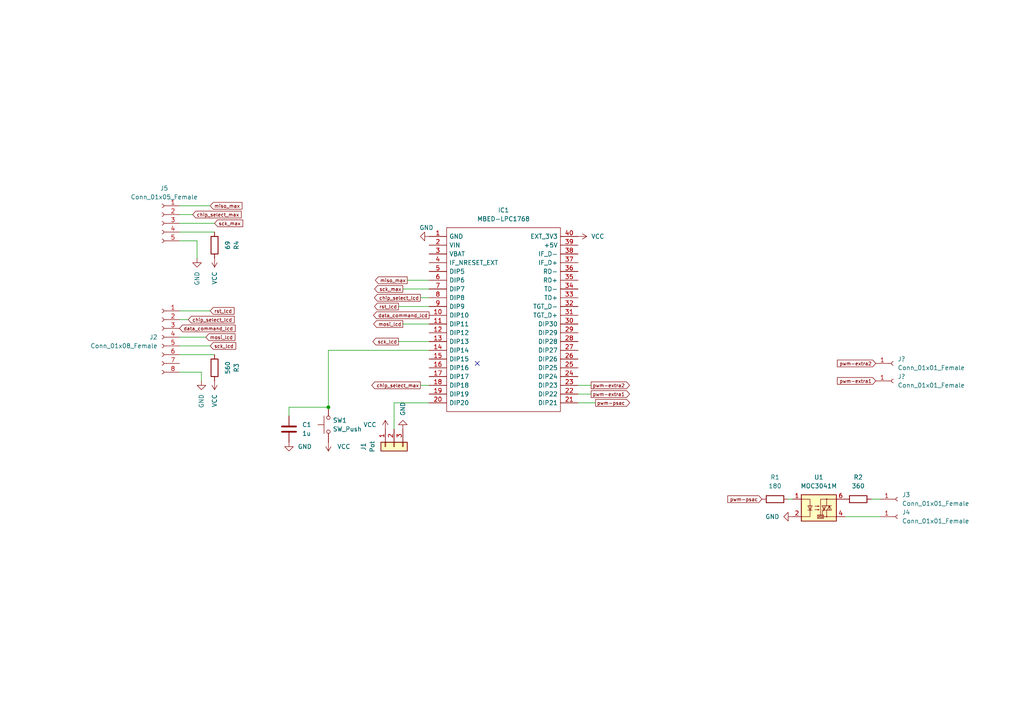
<source format=kicad_sch>
(kicad_sch (version 20211123) (generator eeschema)
  (paper "A4")
  (lib_symbols
    (symbol "Connector:Conn_01x01_Female" (pin_names (offset 1.016) hide)
      (property "Reference" "J" (at 0 2.54 0))
      (property "Value" "Conn_01x01_Female" (at 0 -2.54 0))
      (symbol "Conn_01x01_Female_1_1"
        (polyline (pts (xy -1.27 0) (xy -0.508 0)) (stroke (width 0.1524)))
        (arc (start 0 0.508) (mid -0.508 0) (end 0 -0.508) (stroke (width 0.1524)))
        (pin passive line (at -5.08 0 0) (length 3.81) (name "Pin_1") (number "1"))
      )
    )
    (symbol "Connector:Conn_01x05_Female" (pin_names (offset 1.016) hide)
      (property "Reference" "J" (at 0 7.62 0))
      (property "Value" "Conn_01x05_Female" (at 0 -7.62 0))
      (symbol "Conn_01x05_Female_1_1"
        (arc (start 0 -4.572) (mid -0.508 -5.08) (end 0 -5.588) (stroke (width 0.1524)))
        (arc (start 0 -2.032) (mid -0.508 -2.54) (end 0 -3.048) (stroke (width 0.1524)))
        (polyline (pts (xy -1.27 -5.08) (xy -0.508 -5.08)) (stroke (width 0.1524)))
        (polyline (pts (xy -1.27 -2.54) (xy -0.508 -2.54)) (stroke (width 0.1524)))
        (polyline (pts (xy -1.27 0) (xy -0.508 0)) (stroke (width 0.1524)))
        (polyline (pts (xy -1.27 2.54) (xy -0.508 2.54)) (stroke (width 0.1524)))
        (polyline (pts (xy -1.27 5.08) (xy -0.508 5.08)) (stroke (width 0.1524)))
        (arc (start 0 0.508) (mid -0.508 0) (end 0 -0.508) (stroke (width 0.1524)))
        (arc (start 0 3.048) (mid -0.508 2.54) (end 0 2.032) (stroke (width 0.1524)))
        (arc (start 0 5.588) (mid -0.508 5.08) (end 0 4.572) (stroke (width 0.1524)))
        (pin passive line (at -5.08 5.08 0) (length 3.81) (name "Pin_1") (number "1"))
        (pin passive line (at -5.08 2.54 0) (length 3.81) (name "Pin_2") (number "2"))
        (pin passive line (at -5.08 0 0) (length 3.81) (name "Pin_3") (number "3"))
        (pin passive line (at -5.08 -2.54 0) (length 3.81) (name "Pin_4") (number "4"))
        (pin passive line (at -5.08 -5.08 0) (length 3.81) (name "Pin_5") (number "5"))
      )
    )
    (symbol "Connector:Conn_01x08_Female" (pin_names (offset 1.016) hide)
      (property "Reference" "J" (at 0 10.16 0))
      (property "Value" "Conn_01x08_Female" (at 0 -12.7 0))
      (symbol "Conn_01x08_Female_1_1"
        (arc (start 0 -9.652) (mid -0.508 -10.16) (end 0 -10.668) (stroke (width 0.1524)))
        (arc (start 0 -7.112) (mid -0.508 -7.62) (end 0 -8.128) (stroke (width 0.1524)))
        (arc (start 0 -4.572) (mid -0.508 -5.08) (end 0 -5.588) (stroke (width 0.1524)))
        (arc (start 0 -2.032) (mid -0.508 -2.54) (end 0 -3.048) (stroke (width 0.1524)))
        (polyline (pts (xy -1.27 -10.16) (xy -0.508 -10.16)) (stroke (width 0.1524)))
        (polyline (pts (xy -1.27 -7.62) (xy -0.508 -7.62)) (stroke (width 0.1524)))
        (polyline (pts (xy -1.27 -5.08) (xy -0.508 -5.08)) (stroke (width 0.1524)))
        (polyline (pts (xy -1.27 -2.54) (xy -0.508 -2.54)) (stroke (width 0.1524)))
        (polyline (pts (xy -1.27 0) (xy -0.508 0)) (stroke (width 0.1524)))
        (polyline (pts (xy -1.27 2.54) (xy -0.508 2.54)) (stroke (width 0.1524)))
        (polyline (pts (xy -1.27 5.08) (xy -0.508 5.08)) (stroke (width 0.1524)))
        (polyline (pts (xy -1.27 7.62) (xy -0.508 7.62)) (stroke (width 0.1524)))
        (arc (start 0 0.508) (mid -0.508 0) (end 0 -0.508) (stroke (width 0.1524)))
        (arc (start 0 3.048) (mid -0.508 2.54) (end 0 2.032) (stroke (width 0.1524)))
        (arc (start 0 5.588) (mid -0.508 5.08) (end 0 4.572) (stroke (width 0.1524)))
        (arc (start 0 8.128) (mid -0.508 7.62) (end 0 7.112) (stroke (width 0.1524)))
        (pin passive line (at -5.08 7.62 0) (length 3.81) (name "Pin_1") (number "1"))
        (pin passive line (at -5.08 5.08 0) (length 3.81) (name "Pin_2") (number "2"))
        (pin passive line (at -5.08 2.54 0) (length 3.81) (name "Pin_3") (number "3"))
        (pin passive line (at -5.08 0 0) (length 3.81) (name "Pin_4") (number "4"))
        (pin passive line (at -5.08 -2.54 0) (length 3.81) (name "Pin_5") (number "5"))
        (pin passive line (at -5.08 -5.08 0) (length 3.81) (name "Pin_6") (number "6"))
        (pin passive line (at -5.08 -7.62 0) (length 3.81) (name "Pin_7") (number "7"))
        (pin passive line (at -5.08 -10.16 0) (length 3.81) (name "Pin_8") (number "8"))
      )
    )
    (symbol "Connector_Generic:Conn_01x03" (pin_names (offset 1.016) hide)
      (property "Reference" "J" (at 0 5.08 0))
      (property "Value" "Conn_01x03" (at 0 -5.08 0))
      (symbol "Conn_01x03_1_1"
        (rectangle (start -1.27 -2.413) (end 0 -2.667) (stroke (width 0.1524)))
        (rectangle (start -1.27 0.127) (end 0 -0.127) (stroke (width 0.1524)))
        (rectangle (start -1.27 2.667) (end 0 2.413) (stroke (width 0.1524)))
        (rectangle (start -1.27 3.81) (end 1.27 -3.81) (stroke (width 0.254)) (fill (type background)))
        (pin passive line (at -5.08 2.54 0) (length 3.81) (name "Pin_1") (number "1"))
        (pin passive line (at -5.08 0 0) (length 3.81) (name "Pin_2") (number "2"))
        (pin passive line (at -5.08 -2.54 0) (length 3.81) (name "Pin_3") (number "3"))
      )
    )
    (symbol "Device:C" (pin_numbers hide) (pin_names (offset 0.254))
      (property "Reference" "C" (at 0.635 2.54 0))
      (property "Value" "C" (at 0.635 -2.54 0))
      (symbol "C_0_1"
        (polyline (pts (xy -2.032 -0.762) (xy 2.032 -0.762)) (stroke (width 0.508)))
        (polyline (pts (xy -2.032 0.762) (xy 2.032 0.762)) (stroke (width 0.508)))
      )
      (symbol "C_1_1"
        (pin passive line (at 0 3.81 270) (length 2.794) (name "~") (number "1"))
        (pin passive line (at 0 -3.81 90) (length 2.794) (name "~") (number "2"))
      )
    )
    (symbol "Device:R" (pin_numbers hide) (pin_names (offset 0))
      (property "Reference" "R" (at 2.032 0 90))
      (property "Value" "R" (at 0 0 90))
      (symbol "R_0_1"
        (rectangle (start -1.016 -2.54) (end 1.016 2.54) (stroke (width 0.254)))
      )
      (symbol "R_1_1"
        (pin passive line (at 0 3.81 270) (length 1.27) (name "~") (number "1"))
        (pin passive line (at 0 -3.81 90) (length 1.27) (name "~") (number "2"))
      )
    )
    (symbol "MBED-LPC1768:MBED-LPC1768" (pin_names (offset 0.762))
      (property "Reference" "IC" (at 39.37 7.62 0))
      (property "Value" "MBED-LPC1768" (at 39.37 5.08 0))
      (symbol "MBED-LPC1768_0_0"
        (pin passive line (at 0 0 0) (length 5.08) (name "GND") (number "1"))
        (pin passive line (at 0 -22.86 0) (length 5.08) (name "DIP10") (number "10"))
        (pin passive line (at 0 -25.4 0) (length 5.08) (name "DIP11") (number "11"))
        (pin passive line (at 0 -27.94 0) (length 5.08) (name "DIP12") (number "12"))
        (pin passive line (at 0 -30.48 0) (length 5.08) (name "DIP13") (number "13"))
        (pin passive line (at 0 -33.02 0) (length 5.08) (name "DIP14") (number "14"))
        (pin passive line (at 0 -35.56 0) (length 5.08) (name "DIP15") (number "15"))
        (pin passive line (at 0 -38.1 0) (length 5.08) (name "DIP16") (number "16"))
        (pin passive line (at 0 -40.64 0) (length 5.08) (name "DIP17") (number "17"))
        (pin passive line (at 0 -43.18 0) (length 5.08) (name "DIP18") (number "18"))
        (pin passive line (at 0 -45.72 0) (length 5.08) (name "DIP19") (number "19"))
        (pin passive line (at 0 -2.54 0) (length 5.08) (name "VIN") (number "2"))
        (pin passive line (at 0 -48.26 0) (length 5.08) (name "DIP20") (number "20"))
        (pin passive line (at 43.18 -48.26 180) (length 5.08) (name "DIP21") (number "21"))
        (pin passive line (at 43.18 -45.72 180) (length 5.08) (name "DIP22") (number "22"))
        (pin passive line (at 43.18 -43.18 180) (length 5.08) (name "DIP23") (number "23"))
        (pin passive line (at 43.18 -40.64 180) (length 5.08) (name "DIP24") (number "24"))
        (pin passive line (at 43.18 -38.1 180) (length 5.08) (name "DIP25") (number "25"))
        (pin passive line (at 43.18 -35.56 180) (length 5.08) (name "DIP26") (number "26"))
        (pin passive line (at 43.18 -33.02 180) (length 5.08) (name "DIP27") (number "27"))
        (pin passive line (at 43.18 -30.48 180) (length 5.08) (name "DIP28") (number "28"))
        (pin passive line (at 43.18 -27.94 180) (length 5.08) (name "DIP29") (number "29"))
        (pin passive line (at 0 -5.08 0) (length 5.08) (name "VBAT") (number "3"))
        (pin passive line (at 43.18 -25.4 180) (length 5.08) (name "DIP30") (number "30"))
        (pin passive line (at 43.18 -22.86 180) (length 5.08) (name "TGT_D+") (number "31"))
        (pin passive line (at 43.18 -20.32 180) (length 5.08) (name "TGT_D-") (number "32"))
        (pin passive line (at 43.18 -17.78 180) (length 5.08) (name "TD+") (number "33"))
        (pin passive line (at 43.18 -15.24 180) (length 5.08) (name "TD-") (number "34"))
        (pin passive line (at 43.18 -12.7 180) (length 5.08) (name "RD+") (number "35"))
        (pin passive line (at 43.18 -10.16 180) (length 5.08) (name "RD-") (number "36"))
        (pin passive line (at 43.18 -7.62 180) (length 5.08) (name "IF_D+") (number "37"))
        (pin passive line (at 43.18 -5.08 180) (length 5.08) (name "IF_D-") (number "38"))
        (pin passive line (at 43.18 -2.54 180) (length 5.08) (name "+5V") (number "39"))
        (pin passive line (at 0 -7.62 0) (length 5.08) (name "IF_NRESET_EXT") (number "4"))
        (pin passive line (at 43.18 0 180) (length 5.08) (name "EXT_3V3") (number "40"))
        (pin passive line (at 0 -10.16 0) (length 5.08) (name "DIP5") (number "5"))
        (pin passive line (at 0 -12.7 0) (length 5.08) (name "DIP6") (number "6"))
        (pin passive line (at 0 -15.24 0) (length 5.08) (name "DIP7") (number "7"))
        (pin passive line (at 0 -17.78 0) (length 5.08) (name "DIP8") (number "8"))
        (pin passive line (at 0 -20.32 0) (length 5.08) (name "DIP9") (number "9"))
      )
      (symbol "MBED-LPC1768_0_1"
        (polyline (pts (xy 5.08 2.54) (xy 38.1 2.54) (xy 38.1 -50.8) (xy 5.08 -50.8) (xy 5.08 2.54)) (stroke (width 0.1524)))
      )
    )
    (symbol "Relay_SolidState:MOC3041M"
      (property "Reference" "U" (at -5.08 5.08 0))
      (property "Value" "MOC3041M" (at 0 5.08 0))
      (symbol "MOC3041M_0_0"
        (rectangle (start -0.381 -2.032) (end 1.397 -3.048))
        (polyline (pts (xy 2.286 -2.54) (xy 1.397 -2.54)))
        (polyline (pts (xy 1.524 -0.635) (xy 1.016 -1.016) (xy 1.016 -2.032)))
        (text "ZCD" (at 0.508 -2.54 0) (effects (font (size 0.508 0.508))))
      )
      (symbol "MOC3041M_0_1"
        (rectangle (start -5.08 3.81) (end 5.08 -3.81) (stroke (width 0.254)) (fill (type background)))
        (polyline (pts (xy -3.175 -0.635) (xy -1.905 -0.635)))
        (polyline (pts (xy 1.524 -0.635) (xy 1.524 0.635)))
        (polyline (pts (xy 3.048 0.635) (xy 3.048 -0.635)))
        (polyline (pts (xy 2.286 -0.635) (xy 2.286 -2.54) (xy 5.08 -2.54)))
        (polyline (pts (xy 2.286 0.635) (xy 2.286 2.54) (xy 5.08 2.54)))
        (polyline (pts (xy 2.286 2.54) (xy 0.508 2.54) (xy 0.508 -2.032)))
        (polyline (pts (xy -5.08 2.54) (xy -2.54 2.54) (xy -2.54 -2.54) (xy -5.08 -2.54)))
        (polyline (pts (xy -2.54 -0.635) (xy -3.175 0.635) (xy -1.905 0.635) (xy -2.54 -0.635)))
        (polyline (pts (xy 0.889 -0.635) (xy 3.683 -0.635) (xy 3.048 0.635) (xy 2.413 -0.635)))
        (polyline (pts (xy 3.683 0.635) (xy 0.889 0.635) (xy 1.524 -0.635) (xy 2.159 0.635)))
        (polyline (pts (xy -1.143 -0.508) (xy 0.127 -0.508) (xy -0.254 -0.635) (xy -0.254 -0.381) (xy 0.127 -0.508)))
        (polyline (pts (xy -1.143 0.508) (xy 0.127 0.508) (xy -0.254 0.381) (xy -0.254 0.635) (xy 0.127 0.508)))
        (circle (center 2.286 -2.54) (radius 0.127))
        (circle (center 2.286 2.54) (radius 0.127))
      )
      (symbol "MOC3041M_1_1"
        (pin passive line (at -7.62 2.54 0) (length 2.54) (name "~") (number "1"))
        (pin passive line (at -7.62 -2.54 0) (length 2.54) (name "~") (number "2"))
        (pin no_connect line (at -5.08 0 0) (length 2.54) hide (name "NC") (number "3"))
        (pin passive line (at 7.62 -2.54 180) (length 2.54) (name "~") (number "4"))
        (pin no_connect line (at 5.08 0 180) (length 2.54) hide (name "NC") (number "5"))
        (pin passive line (at 7.62 2.54 180) (length 2.54) (name "~") (number "6"))
      )
    )
    (symbol "Switch:SW_Push" (pin_numbers hide) (pin_names (offset 1.016) hide)
      (property "Reference" "SW" (at 1.27 2.54 0))
      (property "Value" "SW_Push" (at 0 -1.524 0))
      (symbol "SW_Push_0_1"
        (circle (center -2.032 0) (radius 0.508))
        (polyline (pts (xy 0 1.27) (xy 0 3.048)))
        (polyline (pts (xy 2.54 1.27) (xy -2.54 1.27)))
        (circle (center 2.032 0) (radius 0.508))
        (pin passive line (at -5.08 0 0) (length 2.54) (name "1") (number "1"))
        (pin passive line (at 5.08 0 180) (length 2.54) (name "2") (number "2"))
      )
    )
    (symbol "power:GND" (power) (pin_names (offset 0))
      (property "Value" "GND" (at 0 -3.81 0))
      (symbol "GND_0_1"
        (polyline (pts (xy 0 0) (xy 0 -1.27) (xy 1.27 -1.27) (xy 0 -2.54) (xy -1.27 -1.27) (xy 0 -1.27)))
      )
      (symbol "GND_1_1"
        (pin power_in line (at 0 0 270) (length 0) hide (name "GND") (number "1"))
      )
    )
    (symbol "power:VCC" (power) (pin_names (offset 0))
      (property "Value" "VCC" (at 0 3.81 0))
      (symbol "VCC_0_1"
        (polyline (pts (xy -0.762 1.27) (xy 0 2.54)))
        (polyline (pts (xy 0 0) (xy 0 2.54)))
        (polyline (pts (xy 0 2.54) (xy 0.762 1.27)))
      )
      (symbol "VCC_1_1"
        (pin power_in line (at 0 0 90) (length 0) hide (name "VCC") (number "1"))
      )
    )
  )
  (junction (at 95.25 118.11))
  (no_connect (at 138.43 105.41))
  (wire (pts (xy 59.69 97.79) (xy 52.07 97.79)))
  (wire (pts (xy 121.92 86.36) (xy 124.46 86.36)))
  (wire (pts (xy 121.92 111.76) (xy 124.46 111.76)))
  (wire (pts (xy 116.84 93.98) (xy 124.46 93.98)))
  (wire (pts (xy 116.84 83.82) (xy 124.46 83.82)))
  (wire (pts (xy 52.07 64.77) (xy 62.23 64.77)))
  (wire (pts (xy 172.72 116.84) (xy 167.64 116.84)))
  (wire (pts (xy 114.3 116.84) (xy 124.46 116.84)))
  (wire (pts (xy 83.82 118.11) (xy 95.25 118.11)))
  (wire (pts (xy 60.96 90.17) (xy 52.07 90.17)))
  (wire (pts (xy 228.6 144.78) (xy 229.87 144.78)))
  (wire (pts (xy 171.45 111.76) (xy 167.64 111.76)))
  (wire (pts (xy 245.11 149.86) (xy 255.27 149.86)))
  (wire (pts (xy 118.11 81.28) (xy 124.46 81.28)))
  (wire (pts (xy 115.57 88.9) (xy 124.46 88.9)))
  (wire (pts (xy 52.07 102.87) (xy 62.23 102.87)))
  (wire (pts (xy 95.25 101.6) (xy 95.25 118.11)))
  (wire (pts (xy 54.61 92.71) (xy 52.07 92.71)))
  (wire (pts (xy 83.82 120.65) (xy 83.82 118.11)))
  (wire (pts (xy 52.07 62.23) (xy 55.88 62.23)))
  (wire (pts (xy 57.15 69.85) (xy 57.15 74.93)))
  (wire (pts (xy 52.07 107.95) (xy 58.42 107.95)))
  (wire (pts (xy 52.07 67.31) (xy 62.23 67.31)))
  (wire (pts (xy 60.96 100.33) (xy 52.07 100.33)))
  (wire (pts (xy 52.07 59.69) (xy 60.96 59.69)))
  (wire (pts (xy 115.57 99.06) (xy 124.46 99.06)))
  (wire (pts (xy 52.07 69.85) (xy 57.15 69.85)))
  (wire (pts (xy 114.3 124.46) (xy 114.3 116.84)))
  (wire (pts (xy 95.25 101.6) (xy 124.46 101.6)))
  (wire (pts (xy 171.45 114.3) (xy 167.64 114.3)))
  (wire (pts (xy 252.73 144.78) (xy 255.27 144.78)))
  (wire (pts (xy 58.42 107.95) (xy 58.42 110.49)))
  (global_label "sck_lcd" (shape input) (at 60.96 100.33 0) (effects (font (size 1 1))) (property "Intersheet References" "${INTERSHEET_REFS}" (effects hide)))
  (global_label "data_command_lcd" (shape output) (at 124.46 91.44 180) (effects (font (size 1 1))) (property "Intersheet References" "${INTERSHEET_REFS}" (effects hide)))
  (global_label "chip_select_max" (shape output) (at 121.92 111.76 180) (effects (font (size 1 1))) (property "Intersheet References" "${INTERSHEET_REFS}" (effects hide)))
  (global_label "chip_select_max" (shape input) (at 55.88 62.23 0) (effects (font (size 1 1))) (property "Intersheet References" "${INTERSHEET_REFS}" (effects hide)))
  (global_label "miso_max" (shape input) (at 60.96 59.69 0) (effects (font (size 1 1))) (property "Intersheet References" "${INTERSHEET_REFS}" (effects hide)))
  (global_label "sck_max" (shape input) (at 62.23 64.77 0) (effects (font (size 1 1))) (property "Intersheet References" "${INTERSHEET_REFS}" (effects hide)))
  (global_label "miso_max" (shape output) (at 118.11 81.28 180) (effects (font (size 1 1))) (property "Intersheet References" "${INTERSHEET_REFS}" (effects hide)))
  (global_label "rst_lcd" (shape output) (at 115.57 88.9 180) (effects (font (size 1 1))) (property "Intersheet References" "${INTERSHEET_REFS}" (effects hide)))
  (global_label "pwm-extra1" (shape input) (at 254 110.49 180) (effects (font (size 1 1))) (property "Intersheet References" "${INTERSHEET_REFS}" (effects hide)))
  (global_label "chip_select_lcd" (shape input) (at 54.61 92.71 0) (effects (font (size 1 1))) (property "Intersheet References" "${INTERSHEET_REFS}" (effects hide)))
  (global_label "rst_lcd" (shape input) (at 60.96 90.17 0) (effects (font (size 1 1))) (property "Intersheet References" "${INTERSHEET_REFS}" (effects hide)))
  (global_label "sck_lcd" (shape output) (at 115.57 99.06 180) (effects (font (size 1 1))) (property "Intersheet References" "${INTERSHEET_REFS}" (effects hide)))
  (global_label "data_command_lcd" (shape input) (at 52.07 95.25 0) (effects (font (size 1 1))) (property "Intersheet References" "${INTERSHEET_REFS}" (effects hide)))
  (global_label "sck_max" (shape output) (at 116.84 83.82 180) (effects (font (size 1 1))) (property "Intersheet References" "${INTERSHEET_REFS}" (effects hide)))
  (global_label "pwm-extra2" (shape input) (at 254 105.41 180) (effects (font (size 1 1))) (property "Intersheet References" "${INTERSHEET_REFS}" (effects hide)))
  (global_label "pwm-psac" (shape input) (at 220.98 144.78 180) (effects (font (size 1 1))) (property "Intersheet References" "${INTERSHEET_REFS}" (effects hide)))
  (global_label "chip_select_lcd" (shape output) (at 121.92 86.36 180) (effects (font (size 1 1))) (property "Intersheet References" "${INTERSHEET_REFS}" (effects hide)))
  (global_label "pwm-psac" (shape output) (at 172.72 116.84 0) (effects (font (size 1 1))) (property "Intersheet References" "${INTERSHEET_REFS}" (effects hide)))
  (global_label "pwm-extra2" (shape output) (at 171.45 111.76 0) (effects (font (size 1 1))) (property "Intersheet References" "${INTERSHEET_REFS}" (effects hide)))
  (global_label "mosi_lcd" (shape output) (at 116.84 93.98 180) (effects (font (size 1 1))) (property "Intersheet References" "${INTERSHEET_REFS}" (effects hide)))
  (global_label "pwm-extra1" (shape output) (at 171.45 114.3 0) (effects (font (size 1 1))) (property "Intersheet References" "${INTERSHEET_REFS}" (effects hide)))
  (global_label "mosi_lcd" (shape input) (at 59.69 97.79 0) (effects (font (size 1 1))) (property "Intersheet References" "${INTERSHEET_REFS}" (effects hide)))
  (symbol (lib_id "MBED-LPC1768:MBED-LPC1768") (at 124.46 68.58 0) (unit 1)
    (property "Reference" "IC1" (at 146.05 60.96 0))
    (property "Value" "MBED-LPC1768" (at 146.05 63.5 0))
    (property "Footprint" "Mbed_LPC1768:DIPS2286W63P254L5370H300Q40N" (effects hide))
    (property "Datasheet" "https://os.mbed.com/platforms/mbed-LPC1768/" (effects hide))
    (property "Description" "ARM mbed LPC1768 Module" (effects hide))
    (property "Height" "3" (effects hide))
    (property "Manufacturer_Name" "mbed" (effects hide))
    (property "Manufacturer_Part_Number" "MBED-LPC1768" (effects hide))
  )
  (symbol (lib_id "power:VCC") (at 111.76 124.46 0) (unit 1)
    (property "Reference" "#PWR01" (effects hide))
    (property "Value" "VCC" (at 109.22 123.1901 0) (effects (justify right)))
  )
  (symbol (lib_id "Relay_SolidState:MOC3041M") (at 237.49 147.32 0) (unit 1)
    (property "Reference" "U1" (at 237.49 138.43 0))
    (property "Value" "MOC3041M" (at 237.49 140.97 0))
    (property "Footprint" "Package_DIP:DIP-6_W7.62mm_Socket_LongPads" (effects hide))
    (property "Datasheet" "https://www.onsemi.com/pub/Collateral/MOC3043M-D.pdf" (effects hide))
  )
  (symbol (lib_id "Connector:Conn_01x01_Female") (at 260.35 149.86 0) (unit 1)
    (property "Reference" "J4" (at 261.62 148.5899 0) (effects (justify left)))
    (property "Value" "Conn_01x01_Female" (at 261.62 151.1299 0) (effects (justify left)))
    (property "Footprint" "Connector_PinHeader_2.54mm:PinHeader_1x01_P2.54mm_Vertical" (effects hide))
  )
  (symbol (lib_id "Device:C") (at 83.82 124.46 0) (unit 1)
    (property "Reference" "C1" (at 87.63 123.1899 0) (effects (justify left)))
    (property "Value" "1u" (at 87.63 125.7299 0) (effects (justify left)))
  )
  (symbol (lib_id "Connector:Conn_01x01_Female") (at 259.08 110.49 0) (unit 1)
    (property "Reference" "J?" (at 260.35 109.2199 0) (effects (justify left)))
    (property "Value" "Conn_01x01_Female" (at 260.35 111.7599 0) (effects (justify left)))
    (property "Footprint" "Connector_PinHeader_2.54mm:PinHeader_1x01_P2.54mm_Vertical" (effects hide))
  )
  (symbol (lib_id "Connector:Conn_01x08_Female") (at 46.99 97.79 0) (mirror y) (unit 1)
    (property "Reference" "J2" (at 45.72 97.7899 0) (effects (justify left)))
    (property "Value" "Conn_01x08_Female" (at 45.72 100.3299 0) (effects (justify left)))
  )
  (symbol (lib_id "Device:R") (at 62.23 71.12 0) (mirror x) (unit 1)
    (property "Reference" "R4" (at 68.58 71.12 90))
    (property "Value" "69" (at 66.04 71.12 90))
    (property "Footprint" "Resistor_SMD:R_0805_2012Metric_Pad1.20x1.40mm_HandSolder" (effects hide))
  )
  (symbol (lib_id "Connector_Generic:Conn_01x03") (at 114.3 129.54 90) (mirror x) (unit 1)
    (property "Reference" "J1" (at 105.41 129.54 0))
    (property "Value" "Pot" (at 107.95 129.54 0))
    (property "Footprint" "Connector_PinHeader_2.54mm:PinHeader_1x03_P2.54mm_Vertical" (effects hide))
  )
  (symbol (lib_id "power:VCC") (at 62.23 74.93 0) (mirror x) (unit 1)
    (property "Reference" "#PWR09" (effects hide))
    (property "Value" "VCC" (at 62.23 78.74 90) (effects (justify left)))
  )
  (symbol (lib_id "Device:R") (at 248.92 144.78 90) (unit 1)
    (property "Reference" "R2" (at 248.92 138.43 90))
    (property "Value" "360" (at 248.92 140.97 90))
    (property "Footprint" "Resistor_SMD:R_0805_2012Metric_Pad1.20x1.40mm_HandSolder" (effects hide))
  )
  (symbol (lib_id "Connector:Conn_01x01_Female") (at 259.08 105.41 0) (unit 1)
    (property "Reference" "J?" (at 260.35 104.1399 0) (effects (justify left)))
    (property "Value" "Conn_01x01_Female" (at 260.35 106.6799 0) (effects (justify left)))
    (property "Footprint" "Connector_PinHeader_2.54mm:PinHeader_1x01_P2.54mm_Vertical" (effects hide))
  )
  (symbol (lib_id "power:VCC") (at 95.25 128.27 180) (unit 1)
    (property "Reference" "#PWR010" (effects hide))
    (property "Value" "VCC" (at 97.79 129.5399 0) (effects (justify right)))
  )
  (symbol (lib_id "power:GND") (at 124.46 68.58 270) (unit 1)
    (property "Reference" "#PWR03" (effects hide))
    (property "Value" "GND" (at 125.73 66.04 90) (effects (justify right)))
  )
  (symbol (lib_id "power:GND") (at 116.84 124.46 180) (unit 1)
    (property "Reference" "#PWR02" (effects hide))
    (property "Value" "GND" (at 116.8399 120.65 90) (effects (justify right)))
  )
  (symbol (lib_id "Device:R") (at 62.23 106.68 0) (mirror x) (unit 1)
    (property "Reference" "R3" (at 68.58 106.68 90))
    (property "Value" "560" (at 66.04 106.68 90))
    (property "Footprint" "Resistor_SMD:R_0805_2012Metric_Pad1.20x1.40mm_HandSolder" (effects hide))
  )
  (symbol (lib_id "Device:R") (at 224.79 144.78 90) (unit 1)
    (property "Reference" "R1" (at 224.79 138.43 90))
    (property "Value" "180" (at 224.79 140.97 90))
    (property "Footprint" "Resistor_SMD:R_0805_2012Metric_Pad1.20x1.40mm_HandSolder" (effects hide))
  )
  (symbol (lib_id "power:VCC") (at 167.64 68.58 270) (unit 1)
    (property "Reference" "#PWR04" (effects hide))
    (property "Value" "VCC" (at 171.45 68.58 90) (effects (justify left)))
  )
  (symbol (lib_id "Connector:Conn_01x01_Female") (at 260.35 144.78 0) (unit 1)
    (property "Reference" "J3" (at 261.62 143.5099 0) (effects (justify left)))
    (property "Value" "Conn_01x01_Female" (at 261.62 146.0499 0) (effects (justify left)))
    (property "Footprint" "Connector_PinHeader_2.54mm:PinHeader_1x01_P2.54mm_Vertical" (effects hide))
  )
  (symbol (lib_id "Connector:Conn_01x05_Female") (at 46.99 64.77 0) (mirror y) (unit 1)
    (property "Reference" "J5" (at 47.625 54.61 0))
    (property "Value" "Conn_01x05_Female" (at 47.625 57.15 0))
  )
  (symbol (lib_id "Switch:SW_Push") (at 95.25 123.19 90) (unit 1)
    (property "Reference" "SW1" (at 96.52 121.9199 90) (effects (justify right)))
    (property "Value" "SW_Push" (at 96.52 124.4599 90) (effects (justify right)))
  )
  (symbol (lib_id "power:GND") (at 229.87 149.86 270) (unit 1)
    (property "Reference" "#PWR05" (effects hide))
    (property "Value" "GND" (at 226.06 149.8599 90) (effects (justify right)))
  )
  (symbol (lib_id "power:GND") (at 57.15 74.93 0) (mirror y) (unit 1)
    (property "Reference" "#PWR06" (effects hide))
    (property "Value" "GND" (at 57.15 78.74 90) (effects (justify right)))
  )
  (symbol (lib_id "power:GND") (at 83.82 128.27 0) (unit 1)
    (property "Reference" "#PWR011" (effects hide))
    (property "Value" "GND" (at 86.36 129.5399 0) (effects (justify left)))
  )
  (symbol (lib_id "power:VCC") (at 62.23 110.49 0) (mirror x) (unit 1)
    (property "Reference" "#PWR08" (effects hide))
    (property "Value" "VCC" (at 62.23 114.3 90) (effects (justify left)))
  )
  (symbol (lib_id "power:GND") (at 58.42 110.49 0) (mirror y) (unit 1)
    (property "Reference" "#PWR07" (effects hide))
    (property "Value" "GND" (at 58.42 114.3 90) (effects (justify right)))
  )
)
</source>
